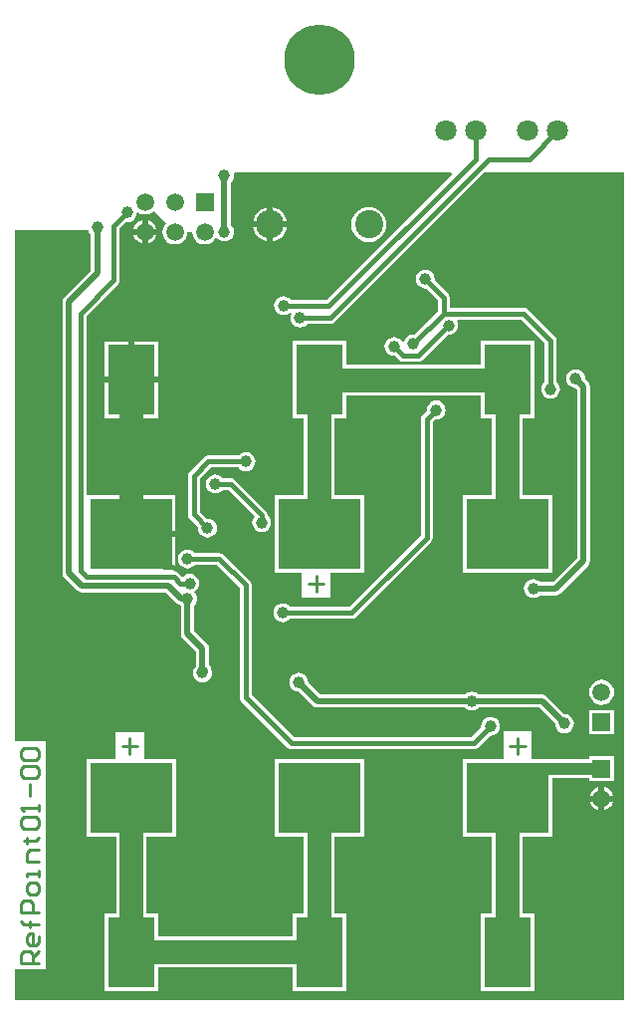
<source format=gtl>
G04 Layer_Physical_Order=1*
G04 Layer_Color=255*
%FSLAX43Y43*%
%MOMM*%
G71*
G01*
G75*
%ADD10R,4.000X6.000*%
%ADD11R,7.000X6.000*%
%ADD12C,0.500*%
%ADD13C,0.400*%
%ADD14C,1.000*%
%ADD15C,2.000*%
%ADD16C,0.250*%
%ADD17C,0.254*%
%ADD18C,1.800*%
%ADD19C,2.400*%
%ADD20R,1.500X1.500*%
%ADD21C,1.500*%
%ADD22R,1.500X1.500*%
%ADD23C,1.000*%
%ADD24C,6.000*%
G36*
X51881Y119D02*
X119D01*
Y2696D01*
X2704D01*
Y22086D01*
X119D01*
Y65500D01*
X6358D01*
X6401Y65397D01*
X6529Y65229D01*
X6539Y65222D01*
Y62082D01*
X4303Y59847D01*
X4182Y59665D01*
X4139Y59450D01*
Y36400D01*
X4182Y36185D01*
X4303Y36003D01*
X5403Y34903D01*
X5585Y34782D01*
X5800Y34739D01*
X12920D01*
X13856Y33803D01*
X14038Y33682D01*
X14189Y33652D01*
X14207Y33629D01*
X14216Y33622D01*
Y31223D01*
X14259Y31008D01*
X14381Y30826D01*
X15489Y29718D01*
Y28478D01*
X15479Y28471D01*
X15351Y28303D01*
X15271Y28109D01*
X15243Y27900D01*
X15271Y27691D01*
X15351Y27497D01*
X15479Y27329D01*
X15647Y27201D01*
X15841Y27121D01*
X16050Y27093D01*
X16259Y27121D01*
X16453Y27201D01*
X16621Y27329D01*
X16749Y27497D01*
X16829Y27691D01*
X16857Y27900D01*
X16829Y28109D01*
X16790Y28204D01*
X16768Y28315D01*
X16647Y28497D01*
X16611Y28532D01*
Y29950D01*
X16568Y30165D01*
X16447Y30347D01*
X15338Y31455D01*
Y33622D01*
X15348Y33629D01*
X15476Y33797D01*
X15557Y33991D01*
X15584Y34200D01*
X15557Y34409D01*
X15476Y34603D01*
X15414Y34684D01*
X15370Y34792D01*
X15435Y34854D01*
X15533Y34929D01*
X15662Y35097D01*
X15742Y35291D01*
X15770Y35500D01*
X15742Y35709D01*
X15662Y35903D01*
X15533Y36071D01*
X15366Y36199D01*
X15172Y36279D01*
X14963Y36307D01*
X14754Y36279D01*
X14559Y36199D01*
X14392Y36071D01*
X14333Y36067D01*
X13988Y36412D01*
X13822Y36523D01*
X13754Y36537D01*
Y39490D01*
X10000D01*
Y39740D01*
X9750D01*
Y42994D01*
X6246D01*
X6160Y43085D01*
Y58239D01*
X8860Y60940D01*
X8971Y61105D01*
X9010Y61300D01*
Y65664D01*
X9568Y66222D01*
X9644Y66212D01*
X9853Y66239D01*
X10047Y66320D01*
X10215Y66448D01*
X10343Y66615D01*
X10423Y66810D01*
X10445Y66974D01*
X10566Y67041D01*
X10630Y66992D01*
X10886Y66886D01*
X11160Y66850D01*
X11434Y66886D01*
X11690Y66992D01*
X11909Y67160D01*
X12951Y66118D01*
X12783Y65898D01*
X12677Y65643D01*
X12641Y65369D01*
X12677Y65095D01*
X12783Y64839D01*
X12951Y64620D01*
X13170Y64452D01*
X13426Y64346D01*
X13700Y64310D01*
X13974Y64346D01*
X14230Y64452D01*
X14449Y64620D01*
X14617Y64839D01*
X14723Y65095D01*
X14759Y65369D01*
X15181D01*
X15217Y65095D01*
X15323Y64839D01*
X15491Y64620D01*
X15710Y64452D01*
X15966Y64346D01*
X16240Y64310D01*
X16514Y64346D01*
X16770Y64452D01*
X16989Y64620D01*
X17148Y64827D01*
X17219Y64849D01*
X17284Y64858D01*
X17329Y64798D01*
X17497Y64670D01*
X17691Y64589D01*
X17900Y64562D01*
X18109Y64589D01*
X18303Y64670D01*
X18471Y64798D01*
X18599Y64965D01*
X18679Y65160D01*
X18707Y65369D01*
X18679Y65578D01*
X18599Y65772D01*
X18471Y65939D01*
X18461Y65947D01*
Y69581D01*
X18471Y69588D01*
X18599Y69755D01*
X18679Y69950D01*
X18707Y70159D01*
X18692Y70273D01*
X18796Y70400D01*
X37213D01*
X37262Y70283D01*
X26589Y59610D01*
X23567D01*
X23521Y59671D01*
X23353Y59799D01*
X23159Y59879D01*
X22950Y59907D01*
X22741Y59879D01*
X22547Y59799D01*
X22379Y59671D01*
X22251Y59503D01*
X22171Y59309D01*
X22143Y59100D01*
X22171Y58891D01*
X22251Y58697D01*
X22379Y58529D01*
X22547Y58401D01*
X22741Y58321D01*
X22950Y58293D01*
X23159Y58321D01*
X23353Y58401D01*
X23504Y58517D01*
X23545Y58517D01*
X23586Y58471D01*
X23617Y58375D01*
X23571Y58263D01*
X23543Y58054D01*
X23571Y57845D01*
X23651Y57651D01*
X23779Y57483D01*
X23947Y57355D01*
X24141Y57275D01*
X24350Y57247D01*
X24559Y57275D01*
X24753Y57355D01*
X24921Y57483D01*
X24967Y57544D01*
X26919D01*
X27114Y57583D01*
X27279Y57694D01*
X39986Y70400D01*
X51881D01*
Y119D01*
D02*
G37*
%LPC*%
G36*
X22050Y67434D02*
Y66250D01*
X23234D01*
X23217Y66380D01*
X23070Y66733D01*
X22837Y67037D01*
X22533Y67270D01*
X22180Y67417D01*
X22050Y67434D01*
D02*
G37*
G36*
X21550D02*
X21420Y67417D01*
X21067Y67270D01*
X20763Y67037D01*
X20530Y66733D01*
X20383Y66380D01*
X20366Y66250D01*
X21550D01*
Y67434D01*
D02*
G37*
G36*
X11410Y66349D02*
Y65619D01*
X12140D01*
X12138Y65631D01*
X12037Y65875D01*
X11876Y66085D01*
X11666Y66246D01*
X11422Y66347D01*
X11410Y66349D01*
D02*
G37*
G36*
X10910D02*
X10898Y66347D01*
X10654Y66246D01*
X10444Y66085D01*
X10283Y65875D01*
X10182Y65631D01*
X10180Y65619D01*
X10910D01*
Y66349D01*
D02*
G37*
G36*
X23234Y65750D02*
X22050D01*
Y64566D01*
X22180Y64583D01*
X22533Y64730D01*
X22837Y64963D01*
X23070Y65267D01*
X23217Y65620D01*
X23234Y65750D01*
D02*
G37*
G36*
X21550D02*
X20366D01*
X20383Y65620D01*
X20530Y65267D01*
X20763Y64963D01*
X21067Y64730D01*
X21420Y64583D01*
X21550Y64566D01*
Y65750D01*
D02*
G37*
G36*
X30200Y67507D02*
X29906Y67478D01*
X29623Y67393D01*
X29363Y67253D01*
X29134Y67066D01*
X28947Y66837D01*
X28807Y66577D01*
X28722Y66294D01*
X28693Y66000D01*
X28722Y65706D01*
X28807Y65423D01*
X28947Y65163D01*
X29134Y64934D01*
X29363Y64747D01*
X29623Y64607D01*
X29906Y64522D01*
X30200Y64493D01*
X30494Y64522D01*
X30777Y64607D01*
X31037Y64747D01*
X31266Y64934D01*
X31453Y65163D01*
X31593Y65423D01*
X31678Y65706D01*
X31707Y66000D01*
X31678Y66294D01*
X31593Y66577D01*
X31453Y66837D01*
X31266Y67066D01*
X31037Y67253D01*
X30777Y67393D01*
X30494Y67478D01*
X30200Y67507D01*
D02*
G37*
G36*
X12140Y65119D02*
X11410D01*
Y64389D01*
X11422Y64391D01*
X11666Y64492D01*
X11876Y64653D01*
X12037Y64863D01*
X12138Y65107D01*
X12140Y65119D01*
D02*
G37*
G36*
X10910D02*
X10180D01*
X10182Y65107D01*
X10283Y64863D01*
X10444Y64653D01*
X10654Y64492D01*
X10898Y64391D01*
X10910Y64389D01*
Y65119D01*
D02*
G37*
G36*
X44300Y56120D02*
X39700D01*
Y54074D01*
X28300D01*
Y56120D01*
X23700D01*
Y49520D01*
X24689D01*
Y43040D01*
X22200D01*
Y36440D01*
X24499D01*
Y34283D01*
X26932D01*
Y36440D01*
X29800D01*
Y43040D01*
X27311D01*
Y49520D01*
X28300D01*
Y51452D01*
X39700D01*
Y49520D01*
X40689D01*
Y43040D01*
X38200D01*
Y36440D01*
X45800D01*
Y43040D01*
X43311D01*
Y49520D01*
X44300D01*
Y56120D01*
D02*
G37*
G36*
X12254Y56074D02*
X10250D01*
Y53070D01*
X12254D01*
Y56074D01*
D02*
G37*
G36*
X9750D02*
X7746D01*
Y53070D01*
X9750D01*
Y56074D01*
D02*
G37*
G36*
X35000Y62170D02*
X34791Y62142D01*
X34597Y62062D01*
X34429Y61933D01*
X34301Y61766D01*
X34221Y61572D01*
X34193Y61363D01*
X34221Y61154D01*
X34301Y60959D01*
X34429Y60792D01*
X34597Y60664D01*
X34791Y60583D01*
X35000Y60556D01*
X35076Y60566D01*
X36045Y59597D01*
Y58648D01*
X34026Y56629D01*
X33950Y56639D01*
X33741Y56611D01*
X33547Y56530D01*
X33379Y56402D01*
X33251Y56235D01*
X33177Y56057D01*
X33110Y56039D01*
X33043Y56043D01*
X32921Y56202D01*
X32753Y56330D01*
X32559Y56411D01*
X32350Y56439D01*
X32141Y56411D01*
X31947Y56330D01*
X31779Y56202D01*
X31651Y56035D01*
X31571Y55841D01*
X31543Y55632D01*
X31571Y55423D01*
X31651Y55228D01*
X31779Y55061D01*
X31947Y54933D01*
X32141Y54852D01*
X32350Y54825D01*
X32426Y54835D01*
X32790Y54471D01*
X32955Y54361D01*
X33150Y54322D01*
X34364D01*
X34559Y54361D01*
X34725Y54471D01*
X36887Y56634D01*
X36975Y56622D01*
X37184Y56650D01*
X37378Y56730D01*
X37546Y56858D01*
X37674Y57026D01*
X37754Y57220D01*
X37782Y57429D01*
X37754Y57638D01*
X37687Y57800D01*
X37746Y57927D01*
X43157D01*
X45140Y55943D01*
Y52621D01*
X45079Y52575D01*
X44951Y52407D01*
X44871Y52213D01*
X44843Y52004D01*
X44871Y51795D01*
X44951Y51601D01*
X45079Y51433D01*
X45247Y51305D01*
X45441Y51225D01*
X45650Y51197D01*
X45859Y51225D01*
X46053Y51305D01*
X46221Y51433D01*
X46349Y51601D01*
X46429Y51795D01*
X46457Y52004D01*
X46429Y52213D01*
X46349Y52407D01*
X46221Y52575D01*
X46160Y52621D01*
Y56155D01*
X46121Y56350D01*
X46010Y56515D01*
X43729Y58797D01*
X43563Y58907D01*
X43368Y58946D01*
X37065D01*
Y59808D01*
X37026Y60003D01*
X36915Y60169D01*
X35797Y61287D01*
X35807Y61363D01*
X35779Y61572D01*
X35699Y61766D01*
X35571Y61933D01*
X35403Y62062D01*
X35209Y62142D01*
X35000Y62170D01*
D02*
G37*
G36*
X12254Y52570D02*
X10250D01*
Y49566D01*
X12254D01*
Y52570D01*
D02*
G37*
G36*
X9750D02*
X7746D01*
Y49566D01*
X9750D01*
Y52570D01*
D02*
G37*
G36*
X35930Y51048D02*
X35721Y51021D01*
X35527Y50940D01*
X35359Y50812D01*
X35231Y50645D01*
X35151Y50450D01*
X35123Y50241D01*
X35133Y50165D01*
X34765Y49797D01*
X34654Y49631D01*
X34615Y49436D01*
Y39586D01*
X28539Y33510D01*
X23494D01*
X23448Y33571D01*
X23281Y33699D01*
X23086Y33779D01*
X22877Y33807D01*
X22668Y33779D01*
X22474Y33699D01*
X22307Y33571D01*
X22178Y33403D01*
X22098Y33209D01*
X22070Y33000D01*
X22098Y32791D01*
X22178Y32597D01*
X22307Y32429D01*
X22474Y32301D01*
X22668Y32221D01*
X22877Y32193D01*
X23086Y32221D01*
X23281Y32301D01*
X23448Y32429D01*
X23494Y32490D01*
X28750D01*
X28945Y32529D01*
X29110Y32640D01*
X35485Y39015D01*
X35596Y39180D01*
X35635Y39375D01*
Y49225D01*
X35854Y49444D01*
X35930Y49434D01*
X36139Y49462D01*
X36333Y49542D01*
X36501Y49671D01*
X36629Y49838D01*
X36709Y50032D01*
X36737Y50241D01*
X36709Y50450D01*
X36629Y50645D01*
X36501Y50812D01*
X36333Y50940D01*
X36139Y51021D01*
X35930Y51048D01*
D02*
G37*
G36*
X19750Y46657D02*
X19541Y46629D01*
X19347Y46549D01*
X19179Y46421D01*
X19133Y46360D01*
X16550D01*
X16355Y46321D01*
X16190Y46210D01*
X14940Y44960D01*
X14829Y44795D01*
X14790Y44600D01*
Y41378D01*
X14829Y41183D01*
X14940Y41018D01*
X15680Y40277D01*
X15670Y40201D01*
X15698Y39992D01*
X15778Y39798D01*
X15907Y39631D01*
X16074Y39502D01*
X16268Y39422D01*
X16477Y39394D01*
X16686Y39422D01*
X16881Y39502D01*
X17048Y39631D01*
X17176Y39798D01*
X17257Y39992D01*
X17284Y40201D01*
X17257Y40410D01*
X17176Y40605D01*
X17048Y40772D01*
X16881Y40900D01*
X16686Y40981D01*
X16477Y41008D01*
X16401Y40998D01*
X15810Y41590D01*
Y44389D01*
X16761Y45340D01*
X19133D01*
X19179Y45279D01*
X19347Y45151D01*
X19541Y45071D01*
X19750Y45043D01*
X19959Y45071D01*
X20153Y45151D01*
X20321Y45279D01*
X20449Y45447D01*
X20529Y45641D01*
X20557Y45850D01*
X20529Y46059D01*
X20449Y46253D01*
X20321Y46421D01*
X20153Y46549D01*
X19959Y46629D01*
X19750Y46657D01*
D02*
G37*
G36*
X10250Y42994D02*
Y39990D01*
X13754D01*
Y42994D01*
X10250D01*
D02*
G37*
G36*
X17150Y44757D02*
X16941Y44729D01*
X16747Y44649D01*
X16579Y44521D01*
X16451Y44353D01*
X16371Y44159D01*
X16343Y43950D01*
X16371Y43741D01*
X16451Y43547D01*
X16579Y43379D01*
X16747Y43251D01*
X16941Y43171D01*
X17150Y43143D01*
X17359Y43171D01*
X17553Y43251D01*
X17721Y43379D01*
X17767Y43440D01*
X18239D01*
X20478Y41201D01*
X20378Y41072D01*
X20298Y40878D01*
X20270Y40669D01*
X20298Y40460D01*
X20378Y40265D01*
X20507Y40098D01*
X20674Y39970D01*
X20868Y39889D01*
X21077Y39862D01*
X21286Y39889D01*
X21481Y39970D01*
X21648Y40098D01*
X21776Y40265D01*
X21857Y40460D01*
X21884Y40669D01*
X21857Y40878D01*
X21776Y41072D01*
X21648Y41239D01*
X21587Y41286D01*
Y41323D01*
X21548Y41518D01*
X21438Y41683D01*
X18810Y44310D01*
X18645Y44421D01*
X18450Y44460D01*
X17767D01*
X17721Y44521D01*
X17553Y44649D01*
X17359Y44729D01*
X17150Y44757D01*
D02*
G37*
G36*
X47800Y53711D02*
X47591Y53683D01*
X47397Y53603D01*
X47229Y53475D01*
X47101Y53307D01*
X47021Y53113D01*
X46993Y52904D01*
X47021Y52695D01*
X47101Y52501D01*
X47229Y52333D01*
X47397Y52205D01*
X47591Y52125D01*
X47800Y52097D01*
X47889Y52008D01*
Y37632D01*
X45868Y35611D01*
X44778D01*
X44771Y35621D01*
X44603Y35749D01*
X44409Y35829D01*
X44200Y35857D01*
X43991Y35829D01*
X43797Y35749D01*
X43629Y35621D01*
X43501Y35453D01*
X43421Y35259D01*
X43393Y35050D01*
X43421Y34841D01*
X43501Y34647D01*
X43629Y34479D01*
X43797Y34351D01*
X43991Y34271D01*
X44200Y34243D01*
X44409Y34271D01*
X44603Y34351D01*
X44771Y34479D01*
X44778Y34489D01*
X46100D01*
X46315Y34532D01*
X46497Y34653D01*
X48847Y37003D01*
X48968Y37185D01*
X49011Y37400D01*
Y52254D01*
X48968Y52469D01*
X48847Y52651D01*
X48605Y52892D01*
X48607Y52904D01*
X48579Y53113D01*
X48499Y53307D01*
X48371Y53475D01*
X48203Y53603D01*
X48009Y53683D01*
X47800Y53711D01*
D02*
G37*
G36*
X50000Y27299D02*
X49726Y27263D01*
X49470Y27157D01*
X49251Y26989D01*
X49083Y26770D01*
X48977Y26514D01*
X48941Y26240D01*
X48977Y25966D01*
X49083Y25710D01*
X49251Y25491D01*
X49470Y25323D01*
X49726Y25217D01*
X50000Y25181D01*
X50274Y25217D01*
X50530Y25323D01*
X50749Y25491D01*
X50917Y25710D01*
X51023Y25966D01*
X51059Y26240D01*
X51023Y26514D01*
X50917Y26770D01*
X50749Y26989D01*
X50530Y27157D01*
X50274Y27263D01*
X50000Y27299D01*
D02*
G37*
G36*
X24227Y27907D02*
X24018Y27879D01*
X23824Y27799D01*
X23657Y27671D01*
X23528Y27503D01*
X23448Y27309D01*
X23420Y27100D01*
X23448Y26891D01*
X23528Y26697D01*
X23657Y26529D01*
X23824Y26401D01*
X24018Y26321D01*
X24227Y26293D01*
X24239Y26295D01*
X25431Y25103D01*
X25613Y24982D01*
X25827Y24939D01*
X38372D01*
X38379Y24929D01*
X38547Y24801D01*
X38741Y24721D01*
X38950Y24693D01*
X39159Y24721D01*
X39353Y24801D01*
X39521Y24929D01*
X39528Y24939D01*
X44708D01*
X46045Y23602D01*
X46043Y23590D01*
X46071Y23381D01*
X46151Y23187D01*
X46279Y23019D01*
X46447Y22891D01*
X46641Y22811D01*
X46850Y22783D01*
X47059Y22811D01*
X47253Y22891D01*
X47421Y23019D01*
X47549Y23187D01*
X47629Y23381D01*
X47657Y23590D01*
X47629Y23799D01*
X47549Y23993D01*
X47421Y24161D01*
X47253Y24289D01*
X47059Y24369D01*
X46850Y24397D01*
X46838Y24395D01*
X45337Y25897D01*
X45155Y26018D01*
X44940Y26061D01*
X39528D01*
X39521Y26071D01*
X39353Y26199D01*
X39159Y26279D01*
X38950Y26307D01*
X38741Y26279D01*
X38547Y26199D01*
X38379Y26071D01*
X38372Y26061D01*
X26059D01*
X25032Y27088D01*
X25034Y27100D01*
X25007Y27309D01*
X24926Y27503D01*
X24798Y27671D01*
X24631Y27799D01*
X24436Y27879D01*
X24227Y27907D01*
D02*
G37*
G36*
X51050Y24750D02*
X48950D01*
Y22650D01*
X51050D01*
Y24750D01*
D02*
G37*
G36*
X14777Y38382D02*
X14568Y38354D01*
X14374Y38274D01*
X14207Y38146D01*
X14078Y37978D01*
X13998Y37784D01*
X13970Y37575D01*
X13998Y37366D01*
X14078Y37172D01*
X14207Y37004D01*
X14374Y36876D01*
X14568Y36796D01*
X14777Y36768D01*
X14986Y36796D01*
X15181Y36876D01*
X15348Y37004D01*
X15394Y37065D01*
X17270D01*
X19190Y35145D01*
Y25823D01*
X19229Y25628D01*
X19340Y25462D01*
X23262Y21540D01*
X23428Y21429D01*
X23623Y21390D01*
X39100D01*
X39295Y21429D01*
X39460Y21540D01*
X40474Y22553D01*
X40550Y22543D01*
X40759Y22571D01*
X40953Y22651D01*
X41121Y22779D01*
X41249Y22947D01*
X41329Y23141D01*
X41357Y23350D01*
X41329Y23559D01*
X41249Y23753D01*
X41121Y23921D01*
X40953Y24049D01*
X40759Y24129D01*
X40550Y24157D01*
X40341Y24129D01*
X40147Y24049D01*
X39979Y23921D01*
X39851Y23753D01*
X39771Y23559D01*
X39743Y23350D01*
X39753Y23274D01*
X38889Y22410D01*
X23834D01*
X20210Y26034D01*
Y35356D01*
X20171Y35551D01*
X20060Y35717D01*
X17842Y37935D01*
X17676Y38046D01*
X17481Y38085D01*
X15394D01*
X15348Y38146D01*
X15181Y38274D01*
X14986Y38354D01*
X14777Y38382D01*
D02*
G37*
G36*
X44063Y22916D02*
X41630D01*
Y20560D01*
X38200D01*
Y13960D01*
X40689D01*
Y7480D01*
X39700D01*
Y880D01*
X44300D01*
Y7480D01*
X43311D01*
Y13960D01*
X45800D01*
Y18943D01*
X48650D01*
X48690Y18948D01*
X48730Y18943D01*
X48950D01*
Y18700D01*
X51050D01*
Y20800D01*
X48950D01*
Y20557D01*
X48730D01*
X48690Y20552D01*
X48650Y20557D01*
X45800D01*
Y20560D01*
X44063D01*
Y22916D01*
D02*
G37*
G36*
X50250Y18190D02*
Y17460D01*
X50980D01*
X50978Y17472D01*
X50877Y17716D01*
X50716Y17926D01*
X50506Y18087D01*
X50262Y18188D01*
X50250Y18190D01*
D02*
G37*
G36*
X49750D02*
X49738Y18188D01*
X49494Y18087D01*
X49284Y17926D01*
X49123Y17716D01*
X49022Y17472D01*
X49020Y17460D01*
X49750D01*
Y18190D01*
D02*
G37*
G36*
X50980Y16960D02*
X50250D01*
Y16230D01*
X50262Y16232D01*
X50506Y16333D01*
X50716Y16494D01*
X50877Y16704D01*
X50978Y16948D01*
X50980Y16960D01*
D02*
G37*
G36*
X49750D02*
X49020D01*
X49022Y16948D01*
X49123Y16704D01*
X49284Y16494D01*
X49494Y16333D01*
X49738Y16232D01*
X49750Y16230D01*
Y16960D01*
D02*
G37*
G36*
X11083Y22866D02*
X8650D01*
Y20560D01*
X6200D01*
Y13960D01*
X8689D01*
Y7480D01*
X7700D01*
Y880D01*
X12300D01*
Y2869D01*
X23700D01*
Y880D01*
X28300D01*
Y7480D01*
X27311D01*
Y13960D01*
X29800D01*
Y20560D01*
X22200D01*
Y13960D01*
X24689D01*
Y7480D01*
X23700D01*
Y5491D01*
X12300D01*
Y7480D01*
X11311D01*
Y13960D01*
X13800D01*
Y20560D01*
X11083D01*
Y22866D01*
D02*
G37*
%LPD*%
D10*
X42000Y52820D02*
D03*
Y4180D02*
D03*
X26000D02*
D03*
Y52820D02*
D03*
X10000D02*
D03*
Y4180D02*
D03*
D11*
X42000Y39740D02*
D03*
Y17260D02*
D03*
X26000D02*
D03*
Y39740D02*
D03*
X10000D02*
D03*
Y17260D02*
D03*
D12*
X47800Y52904D02*
X48450Y52254D01*
X38950Y25500D02*
X44940D01*
X46850Y23590D01*
X44200Y35050D02*
X46100D01*
X48450Y37400D01*
Y52254D01*
X25827Y25500D02*
X38950D01*
X14777Y31223D02*
Y34200D01*
X16050Y28300D02*
X16250Y28100D01*
X16050Y28300D02*
Y29950D01*
X14777Y31223D02*
X16050Y29950D01*
X24227Y27100D02*
X25827Y25500D01*
X7100Y61850D02*
Y65800D01*
X4700Y36400D02*
X5800Y35300D01*
X4700Y36400D02*
Y59450D01*
X7100Y61850D01*
X5800Y35300D02*
X13152D01*
X14252Y34200D01*
X14777D01*
X17900Y65369D02*
Y70159D01*
D13*
X45650Y52004D02*
Y56155D01*
X43368Y58436D02*
X45650Y56155D01*
X36555Y58436D02*
X43368D01*
X33950Y55832D02*
X36555Y58436D01*
X36962Y57429D02*
X36975D01*
X33150Y54832D02*
X34364D01*
X32350Y55632D02*
X33150Y54832D01*
X34364D02*
X36962Y57429D01*
X23623Y21900D02*
X39100D01*
X40550Y23350D01*
X14777Y37575D02*
X17481D01*
X14861Y35602D02*
X14963Y35500D01*
X15300Y41378D02*
X16477Y40201D01*
X19700Y25823D02*
Y35356D01*
X17481Y37575D02*
X19700Y35356D01*
X10000Y39740D02*
X12790Y36950D01*
X13500D01*
X13654Y36796D01*
X14123D01*
X22877Y33000D02*
X28750D01*
X19700Y25823D02*
X23623Y21900D01*
X8500Y61300D02*
Y65875D01*
X9644Y67019D01*
X39270Y71570D02*
Y74000D01*
X40435Y71570D02*
X43840D01*
X46270Y74000D01*
X36555Y58436D02*
Y59808D01*
X35000Y61363D02*
X36555Y59808D01*
X28750Y33000D02*
X35125Y39375D01*
Y49436D01*
X35930Y50241D01*
X15300Y41378D02*
Y44600D01*
X16550Y45850D02*
X19750D01*
X15300Y44600D02*
X16550Y45850D01*
X17150Y43950D02*
X18450D01*
X21077Y41323D01*
Y40669D02*
Y41323D01*
X5650Y58450D02*
X8500Y61300D01*
X5650Y36600D02*
X6198Y36052D01*
X5650Y36600D02*
Y58450D01*
X6198Y36052D02*
X13627D01*
X14179Y35500D01*
X14963D01*
X24350Y58054D02*
X26919D01*
X40435Y71570D01*
X22950Y59100D02*
X26800D01*
X39270Y71570D01*
D14*
X44850Y19750D02*
X48650D01*
X42000Y16900D02*
X44850Y19750D01*
X48730D02*
X50000Y19750D01*
D15*
X10000Y39740D02*
Y52820D01*
X42000Y39740D02*
Y52763D01*
Y4180D02*
Y17260D01*
X10000Y4180D02*
Y17260D01*
X26000Y4180D02*
Y17260D01*
X10000Y4180D02*
X26000D01*
Y52763D02*
X42000D01*
X26000Y39740D02*
Y52763D01*
D16*
X25049Y35500D02*
X26382D01*
X25715Y36166D02*
Y34833D01*
X9200Y21650D02*
X10533D01*
X9866Y22316D02*
Y20983D01*
X42180Y21700D02*
X43513D01*
X42846Y22366D02*
Y21033D01*
D17*
X2150Y3250D02*
X626D01*
Y4012D01*
X880Y4266D01*
X1388D01*
X1642Y4012D01*
Y3250D01*
Y3758D02*
X2150Y4266D01*
Y5535D02*
Y5027D01*
X1896Y4774D01*
X1388D01*
X1134Y5027D01*
Y5535D01*
X1388Y5789D01*
X1642D01*
Y4774D01*
X2150Y6551D02*
X880D01*
X1388D01*
Y6297D01*
Y6805D01*
Y6551D01*
X880D01*
X626Y6805D01*
X2150Y7567D02*
X626D01*
Y8328D01*
X880Y8582D01*
X1388D01*
X1642Y8328D01*
Y7567D01*
X2150Y9344D02*
Y9852D01*
X1896Y10106D01*
X1388D01*
X1134Y9852D01*
Y9344D01*
X1388Y9090D01*
X1896D01*
X2150Y9344D01*
Y10614D02*
Y11121D01*
Y10868D01*
X1134D01*
Y10614D01*
X2150Y11883D02*
X1134D01*
Y12645D01*
X1388Y12899D01*
X2150D01*
X880Y13661D02*
X1134D01*
Y13407D01*
Y13915D01*
Y13661D01*
X1896D01*
X2150Y13915D01*
X880Y14676D02*
X626Y14930D01*
Y15438D01*
X880Y15692D01*
X1896D01*
X2150Y15438D01*
Y14930D01*
X1896Y14676D01*
X880D01*
X2150Y16200D02*
Y16708D01*
Y16454D01*
X626D01*
X880Y16200D01*
X1388Y17469D02*
Y18485D01*
X880Y18993D02*
X626Y19247D01*
Y19755D01*
X880Y20009D01*
X1896D01*
X2150Y19755D01*
Y19247D01*
X1896Y18993D01*
X880D01*
Y20516D02*
X626Y20770D01*
Y21278D01*
X880Y21532D01*
X1896D01*
X2150Y21278D01*
Y20770D01*
X1896Y20516D01*
X880D01*
D18*
X43730Y74000D02*
D03*
X46270D02*
D03*
X36730D02*
D03*
X39270D02*
D03*
D19*
X30200Y66000D02*
D03*
X21800D02*
D03*
D20*
X50000Y19750D02*
D03*
Y23700D02*
D03*
D21*
Y17210D02*
D03*
Y26240D02*
D03*
X16240Y65369D02*
D03*
X13700Y67909D02*
D03*
Y65369D02*
D03*
X11160Y67909D02*
D03*
Y65369D02*
D03*
D22*
X16240Y67909D02*
D03*
D23*
X14777Y34200D02*
D03*
X45650Y52004D02*
D03*
X47800Y52904D02*
D03*
X44200Y35050D02*
D03*
X32350Y55632D02*
D03*
X36975Y57429D02*
D03*
X33950Y55832D02*
D03*
X38950Y25500D02*
D03*
X34250Y36650D02*
D03*
X48730Y19750D02*
D03*
X38950Y29260D02*
D03*
X41700Y30925D02*
D03*
X43500Y31010D02*
D03*
X24227Y27100D02*
D03*
X10146Y32529D02*
D03*
X17941Y22450D02*
D03*
X50200Y1550D02*
D03*
X17900Y1500D02*
D03*
X33850D02*
D03*
X1500D02*
D03*
X49750Y68500D02*
D03*
X34000Y20400D02*
D03*
X1800Y22750D02*
D03*
X49750Y52100D02*
D03*
X17727Y41700D02*
D03*
X1250Y64529D02*
D03*
X50050Y38511D02*
D03*
X48600Y59554D02*
D03*
X34364Y68700D02*
D03*
X50774Y55200D02*
D03*
X39450Y68689D02*
D03*
X23550Y61474D02*
D03*
X33525Y39740D02*
D03*
X46850Y23590D02*
D03*
X9644Y67019D02*
D03*
X29900Y56900D02*
D03*
X40550Y23350D02*
D03*
X33750Y49850D02*
D03*
X35930Y50241D02*
D03*
X35000Y61363D02*
D03*
X7100Y65800D02*
D03*
X14963Y35500D02*
D03*
X21077Y40669D02*
D03*
X16477Y40201D02*
D03*
X14777Y37575D02*
D03*
X12300Y34150D02*
D03*
X16050Y27900D02*
D03*
X22877Y33000D02*
D03*
X1800Y33250D02*
D03*
X900Y51150D02*
D03*
X17150Y43950D02*
D03*
X19750Y45850D02*
D03*
X22950Y59100D02*
D03*
X24350Y58054D02*
D03*
X9950Y64200D02*
D03*
X17900Y65369D02*
D03*
Y70159D02*
D03*
D24*
X26000Y80000D02*
D03*
M02*

</source>
